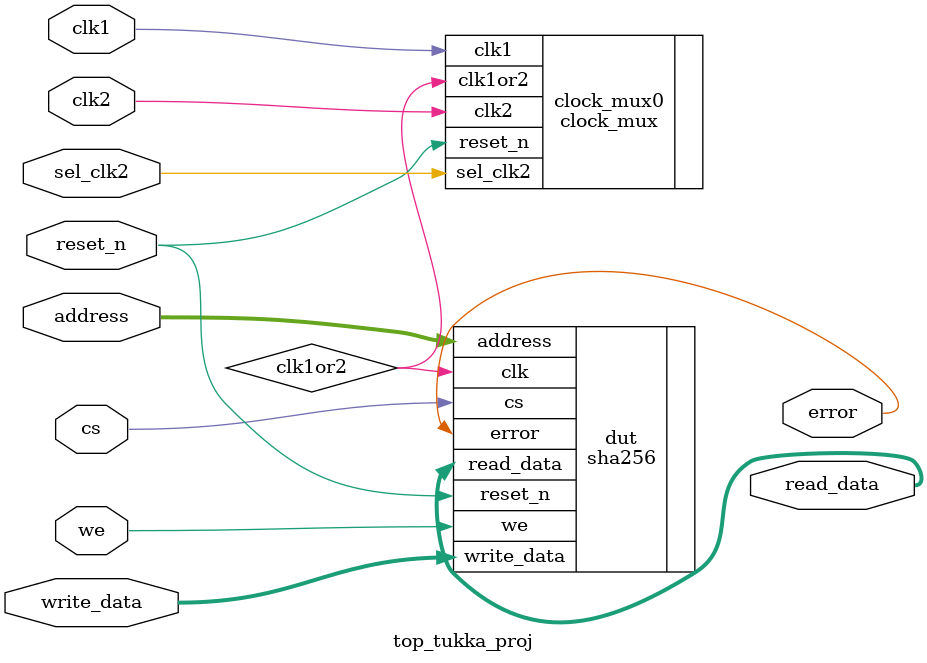
<source format=v>
module top_tukka_proj (clk1,clk2,reset_n,sel_clk2,cs,we,address,write_data,read_data,error);

input    clk1;      // Clock 1 supposed to be faster
input    clk2;      // Clock 2  supposed to be slower
input    reset_n;   // System reset
input    sel_clk2;  // Select clock2 when high
//for SHA
// Control.
input wire cs;
input wire we;
// Data ports.
input wire  [7 : 0]  address;
input wire  [31 : 0] write_data;
output wire [31 : 0] read_data;
output wire error;
//output clock
wire clk1or2;    // Selected clock

//clock mux instintiated
clock_mux clock_mux0(
.clk1(clk1),     
.clk2(clk2),     
.reset_n(reset_n),  
.sel_clk2(sel_clk2), 
.clk1or2(clk1or2)   
);
//sha instintiated
sha256 dut(
.clk(clk1or2),
.reset_n(reset_n),
.cs(cs),
.we(we),
.address(address),
.write_data(write_data),
.read_data(read_data),
.error(error)
);

endmodule

</source>
